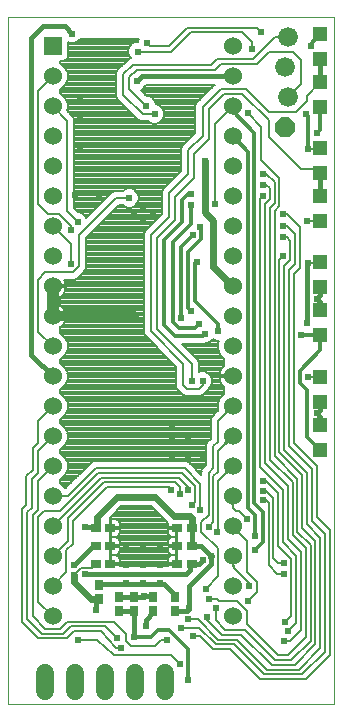
<source format=gtl>
G75*
%MOIN*%
%OFA0B0*%
%FSLAX25Y25*%
%IPPOS*%
%LPD*%
%AMOC8*
5,1,8,0,0,1.08239X$1,22.5*
%
%ADD10C,0.00000*%
%ADD11R,0.06000X0.06000*%
%ADD12C,0.06000*%
%ADD13R,0.02913X0.03642*%
%ADD14R,0.03642X0.02913*%
%ADD15C,0.06000*%
%ADD16OC8,0.06600*%
%ADD17C,0.06600*%
%ADD18R,0.04724X0.04724*%
%ADD19C,0.01600*%
%ADD20C,0.02400*%
%ADD21C,0.02400*%
%ADD22C,0.04000*%
%ADD23C,0.00800*%
%ADD24C,0.03200*%
%ADD25C,0.01200*%
D10*
X0001000Y0037800D02*
X0001000Y0266800D01*
X0109600Y0266800D01*
X0109600Y0037800D01*
X0001000Y0037800D01*
D11*
X0015800Y0257000D03*
D12*
X0015800Y0247000D03*
X0015800Y0237000D03*
X0015800Y0227000D03*
X0015800Y0217000D03*
X0015800Y0207000D03*
X0015800Y0197000D03*
X0015800Y0187000D03*
X0015800Y0177000D03*
X0015800Y0167000D03*
X0015800Y0157000D03*
X0015800Y0147000D03*
X0015800Y0137000D03*
X0015800Y0127000D03*
X0015800Y0117000D03*
X0015800Y0107000D03*
X0015800Y0097000D03*
X0015800Y0087000D03*
X0015800Y0077000D03*
X0015800Y0067000D03*
X0075800Y0067000D03*
X0075800Y0077000D03*
X0075800Y0087000D03*
X0075800Y0097000D03*
X0075800Y0107000D03*
X0075800Y0117000D03*
X0075800Y0127000D03*
X0075800Y0137000D03*
X0075800Y0147000D03*
X0075800Y0157000D03*
X0075800Y0167000D03*
X0075800Y0177000D03*
X0075800Y0187000D03*
X0075800Y0197000D03*
X0075800Y0207000D03*
X0075800Y0217000D03*
X0075800Y0227000D03*
X0075800Y0237000D03*
X0075800Y0247000D03*
X0075800Y0257000D03*
D13*
X0031400Y0077562D03*
X0031400Y0072838D03*
X0037800Y0073562D03*
X0037800Y0068838D03*
X0043000Y0068838D03*
X0043000Y0073562D03*
X0049400Y0073562D03*
X0049400Y0068838D03*
X0056600Y0068838D03*
X0056600Y0073562D03*
D14*
X0057438Y0084400D03*
X0057438Y0090400D03*
X0057438Y0096400D03*
X0062162Y0096400D03*
X0062162Y0090400D03*
X0062162Y0084400D03*
X0034962Y0084400D03*
X0034962Y0090400D03*
X0034962Y0096400D03*
X0030238Y0096400D03*
X0030238Y0090400D03*
X0030238Y0084400D03*
D15*
X0033400Y0048000D02*
X0033400Y0042000D01*
X0023400Y0042000D02*
X0023400Y0048000D01*
X0013400Y0048000D02*
X0013400Y0042000D01*
X0043400Y0042000D02*
X0043400Y0048000D01*
X0053400Y0048000D02*
X0053400Y0042000D01*
D16*
X0093300Y0230200D03*
D17*
X0094300Y0240200D03*
X0093300Y0250200D03*
X0094300Y0260200D03*
D18*
X0105000Y0260934D03*
X0105000Y0252666D03*
X0105000Y0244934D03*
X0105000Y0236666D03*
X0105000Y0222934D03*
X0105000Y0214666D03*
X0105000Y0206934D03*
X0105000Y0198666D03*
X0105000Y0184934D03*
X0105000Y0176666D03*
X0105000Y0168934D03*
X0105000Y0160666D03*
X0105000Y0146734D03*
X0105000Y0138466D03*
X0105000Y0130734D03*
X0105000Y0122466D03*
D19*
X0105000Y0130734D02*
X0105000Y0133400D01*
X0103800Y0134600D01*
X0105000Y0135800D01*
X0105000Y0138466D01*
X0100600Y0164800D02*
X0100600Y0184400D01*
X0101000Y0184800D01*
X0105000Y0176666D02*
X0105000Y0174000D01*
X0103800Y0172800D01*
X0105000Y0171600D01*
X0105000Y0168934D01*
X0105000Y0206934D02*
X0105000Y0214666D01*
X0105000Y0244934D02*
X0105000Y0252666D01*
X0075800Y0247000D02*
X0045600Y0247000D01*
X0044000Y0245400D01*
X0022200Y0261200D02*
X0019800Y0263600D01*
X0012600Y0263600D01*
X0008600Y0259600D01*
X0008600Y0154200D01*
X0015800Y0147000D01*
X0026600Y0096800D02*
X0029838Y0096800D01*
X0030238Y0096400D01*
X0030238Y0090400D02*
X0029400Y0090400D01*
X0023000Y0084000D01*
X0026600Y0081000D02*
X0060400Y0081000D01*
X0061748Y0082348D01*
X0061748Y0084386D01*
X0062162Y0084400D02*
X0064600Y0084400D01*
X0065800Y0085600D01*
X0068600Y0087200D02*
X0065400Y0090400D01*
X0062162Y0090400D01*
X0062162Y0096400D01*
X0062162Y0090400D02*
X0062600Y0090400D01*
X0062162Y0084400D02*
X0062562Y0084000D01*
X0068600Y0084400D02*
X0061400Y0077200D01*
X0061400Y0069600D01*
X0060638Y0068838D01*
X0056600Y0068838D01*
X0056600Y0074000D02*
X0053000Y0077600D01*
X0051800Y0077600D01*
X0031400Y0077600D01*
X0030800Y0078200D01*
X0031400Y0072838D02*
X0030200Y0071638D01*
X0030200Y0069200D01*
X0037800Y0068838D02*
X0043000Y0068838D01*
X0043000Y0060000D01*
X0046800Y0063800D02*
X0046800Y0065800D01*
X0049400Y0068400D01*
X0049400Y0068838D01*
X0049362Y0073600D02*
X0046200Y0073600D01*
X0046162Y0073562D01*
X0043000Y0073562D01*
X0037800Y0073562D01*
X0068600Y0084400D02*
X0068600Y0087200D01*
X0069000Y0087200D01*
D20*
X0062162Y0096400D02*
X0062162Y0099638D01*
X0061400Y0100400D01*
X0056200Y0100400D01*
X0049800Y0106800D01*
X0041400Y0106800D01*
X0037400Y0106800D01*
X0030600Y0100000D01*
X0030600Y0096762D01*
X0030238Y0096400D01*
X0023000Y0080800D02*
X0023000Y0078400D01*
X0028562Y0072838D01*
X0031400Y0072838D01*
X0031400Y0077562D02*
X0031400Y0077600D01*
X0049362Y0073600D02*
X0049400Y0073562D01*
X0056600Y0073562D02*
X0056600Y0074000D01*
X0075800Y0177000D02*
X0069400Y0183400D01*
X0069400Y0198800D01*
X0066600Y0201600D01*
X0066600Y0218800D01*
D21*
X0066600Y0218800D03*
X0061800Y0207600D03*
X0061800Y0204000D03*
X0065000Y0196800D03*
X0062600Y0194000D03*
X0063800Y0185200D03*
X0061800Y0168800D03*
X0058600Y0166400D03*
X0064600Y0164400D03*
X0066600Y0161200D03*
X0071000Y0162000D03*
X0065800Y0145400D03*
X0062200Y0145400D03*
X0055600Y0131000D03*
X0055600Y0125800D03*
X0055600Y0120600D03*
X0060800Y0120600D03*
X0060800Y0125800D03*
X0066000Y0120600D03*
X0061000Y0109200D03*
X0062200Y0104000D03*
X0061400Y0100400D03*
X0065000Y0102400D03*
X0067800Y0096800D03*
X0070600Y0095200D03*
X0068600Y0087200D03*
X0065800Y0085600D03*
X0067000Y0076000D03*
X0067800Y0072800D03*
X0070200Y0069600D03*
X0067400Y0066800D03*
X0062600Y0060400D03*
X0061000Y0066000D03*
X0061400Y0069600D03*
X0058600Y0063200D03*
X0053800Y0059200D03*
X0058200Y0051200D03*
X0061000Y0045800D03*
X0051600Y0078000D03*
X0051600Y0084000D03*
X0051600Y0090000D03*
X0046000Y0090000D03*
X0046000Y0084000D03*
X0046000Y0078000D03*
X0046200Y0073600D03*
X0046800Y0063800D03*
X0043000Y0060000D03*
X0038600Y0056400D03*
X0037400Y0059600D03*
X0030200Y0069200D03*
X0026600Y0081000D03*
X0023000Y0080800D03*
X0023000Y0084000D03*
X0026600Y0096800D03*
X0040400Y0090000D03*
X0040400Y0084000D03*
X0040400Y0078000D03*
X0041400Y0106800D03*
X0055400Y0109200D03*
X0058200Y0107600D03*
X0080600Y0099400D03*
X0083200Y0093600D03*
X0083200Y0089200D03*
X0081400Y0077200D03*
X0081000Y0072200D03*
X0093400Y0065200D03*
X0094200Y0062000D03*
X0093000Y0058800D03*
X0093000Y0081200D03*
X0093000Y0084800D03*
X0085800Y0105600D03*
X0085800Y0108800D03*
X0085800Y0112000D03*
X0101000Y0146800D03*
X0103800Y0134600D03*
X0098600Y0160800D03*
X0100600Y0164800D03*
X0103800Y0172800D03*
X0101000Y0184800D03*
X0100734Y0198666D03*
X0092600Y0197200D03*
X0092600Y0193400D03*
X0092600Y0187000D03*
X0092600Y0201000D03*
X0085800Y0207200D03*
X0085800Y0210800D03*
X0085800Y0214400D03*
X0080800Y0234800D03*
X0082200Y0256000D03*
X0085400Y0261600D03*
X0100200Y0234400D03*
X0103800Y0228000D03*
X0101000Y0222800D03*
X0101800Y0257200D03*
X0069800Y0204400D03*
X0049800Y0234400D03*
X0047000Y0237200D03*
X0044000Y0245400D03*
X0044200Y0255200D03*
X0047400Y0258000D03*
X0041400Y0206400D03*
X0042800Y0200600D03*
X0046000Y0198600D03*
X0046000Y0202600D03*
X0049200Y0200600D03*
X0031400Y0207400D03*
X0025000Y0222600D03*
X0025000Y0228200D03*
X0025000Y0233800D03*
X0025000Y0239400D03*
X0022200Y0261200D03*
X0023400Y0207400D03*
X0024200Y0198400D03*
X0021800Y0195600D03*
X0021800Y0184400D03*
X0024200Y0059200D03*
D22*
X0015800Y0167000D02*
X0015800Y0172000D01*
X0015800Y0176800D01*
D23*
X0018200Y0176942D02*
X0046200Y0176942D01*
X0046200Y0176144D02*
X0020119Y0176144D01*
X0020092Y0175970D02*
X0020191Y0176600D01*
X0018200Y0176600D01*
X0018200Y0177400D01*
X0020191Y0177400D01*
X0020092Y0178030D01*
X0019878Y0178689D01*
X0019617Y0179200D01*
X0023077Y0179200D01*
X0023959Y0179565D01*
X0025959Y0181565D01*
X0026635Y0182241D01*
X0027000Y0183123D01*
X0027000Y0193006D01*
X0037994Y0204000D01*
X0039275Y0204000D01*
X0039587Y0203687D01*
X0040763Y0203200D01*
X0042037Y0203200D01*
X0043213Y0203687D01*
X0044113Y0204587D01*
X0044600Y0205763D01*
X0044600Y0207037D01*
X0044113Y0208213D01*
X0043213Y0209113D01*
X0042037Y0209600D01*
X0040763Y0209600D01*
X0039587Y0209113D01*
X0039275Y0208800D01*
X0036523Y0208800D01*
X0035641Y0208435D01*
X0034965Y0207759D01*
X0027061Y0199855D01*
X0026913Y0200213D01*
X0026013Y0201113D01*
X0024837Y0201600D01*
X0024394Y0201600D01*
X0023000Y0202994D01*
X0023000Y0232677D01*
X0022635Y0233559D01*
X0020621Y0235573D01*
X0020800Y0236005D01*
X0020800Y0237995D01*
X0020039Y0239832D01*
X0018632Y0241239D01*
X0018200Y0241418D01*
X0018200Y0242582D01*
X0018632Y0242761D01*
X0020039Y0244168D01*
X0020800Y0246005D01*
X0020800Y0247995D01*
X0020039Y0249832D01*
X0018632Y0251239D01*
X0018200Y0251418D01*
X0018200Y0252000D01*
X0019628Y0252000D01*
X0020800Y0253172D01*
X0020800Y0258316D01*
X0021563Y0258000D01*
X0022837Y0258000D01*
X0024013Y0258487D01*
X0024913Y0259387D01*
X0024980Y0259551D01*
X0044520Y0259408D01*
X0044200Y0258637D01*
X0044200Y0258400D01*
X0043563Y0258400D01*
X0042387Y0257913D01*
X0041487Y0257013D01*
X0041000Y0255837D01*
X0041000Y0254563D01*
X0041487Y0253387D01*
X0041806Y0253069D01*
X0041241Y0252835D01*
X0040565Y0252159D01*
X0037365Y0248959D01*
X0037000Y0248077D01*
X0037000Y0240323D01*
X0037365Y0239441D01*
X0038041Y0238765D01*
X0044441Y0232365D01*
X0045323Y0232000D01*
X0047675Y0232000D01*
X0047987Y0231687D01*
X0049163Y0231200D01*
X0050437Y0231200D01*
X0051613Y0231687D01*
X0052513Y0232587D01*
X0053000Y0233763D01*
X0053000Y0235037D01*
X0052513Y0236213D01*
X0051613Y0237113D01*
X0050437Y0237600D01*
X0050200Y0237600D01*
X0050200Y0237837D01*
X0049713Y0239013D01*
X0048813Y0239913D01*
X0047637Y0240400D01*
X0047194Y0240400D01*
X0045172Y0242422D01*
X0045813Y0242687D01*
X0046713Y0243587D01*
X0046967Y0244200D01*
X0069806Y0244200D01*
X0069765Y0244159D01*
X0064441Y0238835D01*
X0064441Y0238835D01*
X0063765Y0238159D01*
X0063400Y0237277D01*
X0063400Y0228194D01*
X0059641Y0224435D01*
X0059641Y0224435D01*
X0058965Y0223759D01*
X0058600Y0222877D01*
X0058600Y0215394D01*
X0053241Y0210035D01*
X0052565Y0209359D01*
X0052200Y0208477D01*
X0052200Y0200994D01*
X0047241Y0196035D01*
X0046565Y0195359D01*
X0046200Y0194477D01*
X0046200Y0161523D01*
X0046565Y0160641D01*
X0057000Y0150206D01*
X0057000Y0143523D01*
X0057365Y0142641D01*
X0058565Y0141441D01*
X0059241Y0140765D01*
X0060123Y0140400D01*
X0065077Y0140400D01*
X0065959Y0140765D01*
X0067159Y0141965D01*
X0067835Y0142641D01*
X0068025Y0143099D01*
X0068513Y0143587D01*
X0069000Y0144763D01*
X0069000Y0146037D01*
X0068513Y0147213D01*
X0067613Y0148113D01*
X0066437Y0148600D01*
X0065163Y0148600D01*
X0064600Y0148367D01*
X0064600Y0151677D01*
X0064235Y0152559D01*
X0063559Y0153235D01*
X0058994Y0157800D01*
X0066317Y0157800D01*
X0066800Y0158000D01*
X0067237Y0158000D01*
X0068413Y0158487D01*
X0069205Y0159280D01*
X0070363Y0158800D01*
X0071134Y0158800D01*
X0070800Y0157995D01*
X0070800Y0156005D01*
X0071561Y0154168D01*
X0072968Y0152761D01*
X0073000Y0152748D01*
X0073000Y0150404D01*
X0072934Y0150356D01*
X0072444Y0149866D01*
X0072037Y0149306D01*
X0071722Y0148689D01*
X0071508Y0148030D01*
X0071409Y0147400D01*
X0073000Y0147400D01*
X0073000Y0146600D01*
X0071409Y0146600D01*
X0071508Y0145970D01*
X0071722Y0145311D01*
X0072037Y0144694D01*
X0072444Y0144134D01*
X0072934Y0143644D01*
X0073000Y0143596D01*
X0073000Y0141252D01*
X0072968Y0141239D01*
X0071561Y0139832D01*
X0070800Y0137995D01*
X0070800Y0136005D01*
X0070979Y0135573D01*
X0068965Y0133559D01*
X0068600Y0132677D01*
X0068600Y0126194D01*
X0067365Y0124959D01*
X0067000Y0124077D01*
X0067000Y0117394D01*
X0065765Y0116159D01*
X0065400Y0115277D01*
X0065400Y0114194D01*
X0061159Y0118435D01*
X0060277Y0118800D01*
X0029723Y0118800D01*
X0028841Y0118435D01*
X0028165Y0117759D01*
X0020097Y0109691D01*
X0020039Y0109832D01*
X0018632Y0111239D01*
X0018200Y0111418D01*
X0018200Y0112582D01*
X0018632Y0112761D01*
X0020039Y0114168D01*
X0020800Y0116005D01*
X0020800Y0117995D01*
X0020039Y0119832D01*
X0018632Y0121239D01*
X0018200Y0121418D01*
X0018200Y0122582D01*
X0018632Y0122761D01*
X0020039Y0124168D01*
X0020800Y0126005D01*
X0020800Y0127995D01*
X0020039Y0129832D01*
X0018632Y0131239D01*
X0018200Y0131418D01*
X0018200Y0132582D01*
X0018632Y0132761D01*
X0020039Y0134168D01*
X0020800Y0136005D01*
X0020800Y0137995D01*
X0020039Y0139832D01*
X0018632Y0141239D01*
X0018200Y0141418D01*
X0018200Y0142582D01*
X0018632Y0142761D01*
X0020039Y0144168D01*
X0020800Y0146005D01*
X0020800Y0147995D01*
X0020039Y0149832D01*
X0018632Y0151239D01*
X0018200Y0151418D01*
X0018200Y0152582D01*
X0018632Y0152761D01*
X0020039Y0154168D01*
X0020800Y0156005D01*
X0020800Y0157995D01*
X0020039Y0159832D01*
X0018632Y0161239D01*
X0018200Y0161418D01*
X0018200Y0163305D01*
X0018666Y0163644D01*
X0019156Y0164134D01*
X0019563Y0164694D01*
X0019878Y0165311D01*
X0020092Y0165970D01*
X0020191Y0166600D01*
X0018200Y0166600D01*
X0018200Y0167400D01*
X0020191Y0167400D01*
X0020092Y0168030D01*
X0019878Y0168689D01*
X0019563Y0169306D01*
X0019156Y0169866D01*
X0018666Y0170356D01*
X0018200Y0170695D01*
X0018200Y0173305D01*
X0018666Y0173644D01*
X0019156Y0174134D01*
X0019563Y0174694D01*
X0019878Y0175311D01*
X0020092Y0175970D01*
X0019889Y0175345D02*
X0046200Y0175345D01*
X0046200Y0174547D02*
X0019456Y0174547D01*
X0018771Y0173748D02*
X0046200Y0173748D01*
X0046200Y0172950D02*
X0018200Y0172950D01*
X0018200Y0172151D02*
X0046200Y0172151D01*
X0046200Y0171353D02*
X0018200Y0171353D01*
X0018394Y0170554D02*
X0046200Y0170554D01*
X0046200Y0169756D02*
X0019236Y0169756D01*
X0019741Y0168957D02*
X0046200Y0168957D01*
X0046200Y0168159D02*
X0020050Y0168159D01*
X0020185Y0166562D02*
X0046200Y0166562D01*
X0046200Y0167360D02*
X0018200Y0167360D01*
X0019701Y0164965D02*
X0046200Y0164965D01*
X0046200Y0165763D02*
X0020025Y0165763D01*
X0019180Y0164166D02*
X0046200Y0164166D01*
X0046200Y0163368D02*
X0018286Y0163368D01*
X0018200Y0162569D02*
X0046200Y0162569D01*
X0046200Y0161771D02*
X0018200Y0161771D01*
X0018899Y0160972D02*
X0046428Y0160972D01*
X0047032Y0160174D02*
X0019697Y0160174D01*
X0020228Y0159375D02*
X0047831Y0159375D01*
X0048629Y0158577D02*
X0020559Y0158577D01*
X0020800Y0157778D02*
X0049428Y0157778D01*
X0050226Y0156980D02*
X0020800Y0156980D01*
X0020800Y0156181D02*
X0051025Y0156181D01*
X0051823Y0155383D02*
X0020542Y0155383D01*
X0020211Y0154584D02*
X0052622Y0154584D01*
X0053420Y0153786D02*
X0019657Y0153786D01*
X0018858Y0152987D02*
X0054219Y0152987D01*
X0055017Y0152189D02*
X0018200Y0152189D01*
X0018267Y0151390D02*
X0055816Y0151390D01*
X0056614Y0150592D02*
X0019279Y0150592D01*
X0020055Y0149793D02*
X0057000Y0149793D01*
X0057000Y0148995D02*
X0020386Y0148995D01*
X0020717Y0148196D02*
X0057000Y0148196D01*
X0057000Y0147398D02*
X0020800Y0147398D01*
X0020800Y0146599D02*
X0057000Y0146599D01*
X0057000Y0145801D02*
X0020715Y0145801D01*
X0020384Y0145002D02*
X0057000Y0145002D01*
X0057000Y0144203D02*
X0020054Y0144203D01*
X0019276Y0143405D02*
X0057049Y0143405D01*
X0057399Y0142606D02*
X0018259Y0142606D01*
X0018200Y0141808D02*
X0058198Y0141808D01*
X0058996Y0141009D02*
X0018862Y0141009D01*
X0019660Y0140211D02*
X0071940Y0140211D01*
X0071387Y0139412D02*
X0020213Y0139412D01*
X0020543Y0138614D02*
X0071057Y0138614D01*
X0070800Y0137815D02*
X0020800Y0137815D01*
X0020800Y0137017D02*
X0070800Y0137017D01*
X0070800Y0136218D02*
X0020800Y0136218D01*
X0020557Y0135420D02*
X0070826Y0135420D01*
X0070027Y0134621D02*
X0020227Y0134621D01*
X0019694Y0133823D02*
X0069229Y0133823D01*
X0068744Y0133024D02*
X0018895Y0133024D01*
X0018200Y0132226D02*
X0068600Y0132226D01*
X0068600Y0131427D02*
X0018200Y0131427D01*
X0019242Y0130629D02*
X0068600Y0130629D01*
X0068600Y0129830D02*
X0020040Y0129830D01*
X0020370Y0129032D02*
X0068600Y0129032D01*
X0068600Y0128233D02*
X0020701Y0128233D01*
X0020800Y0127435D02*
X0068600Y0127435D01*
X0068600Y0126636D02*
X0020800Y0126636D01*
X0020731Y0125838D02*
X0068244Y0125838D01*
X0067445Y0125039D02*
X0020400Y0125039D01*
X0020069Y0124241D02*
X0067068Y0124241D01*
X0067000Y0123442D02*
X0019313Y0123442D01*
X0018349Y0122644D02*
X0067000Y0122644D01*
X0067000Y0121845D02*
X0018200Y0121845D01*
X0018824Y0121047D02*
X0067000Y0121047D01*
X0067000Y0120248D02*
X0019623Y0120248D01*
X0020197Y0119450D02*
X0067000Y0119450D01*
X0067000Y0118651D02*
X0060637Y0118651D01*
X0061741Y0117853D02*
X0067000Y0117853D01*
X0066660Y0117054D02*
X0062540Y0117054D01*
X0063338Y0116256D02*
X0065861Y0116256D01*
X0065474Y0115457D02*
X0064137Y0115457D01*
X0064936Y0114659D02*
X0065400Y0114659D01*
X0065000Y0111200D02*
X0065000Y0102400D01*
X0063400Y0105200D02*
X0063400Y0110400D01*
X0059000Y0114800D01*
X0031000Y0114800D01*
X0018200Y0102000D01*
X0013000Y0102000D01*
X0011000Y0100000D01*
X0011000Y0071800D01*
X0015800Y0067000D01*
X0013400Y0062800D02*
X0018200Y0062800D01*
X0020600Y0065200D01*
X0036200Y0065200D01*
X0040200Y0061200D01*
X0040200Y0058800D01*
X0041800Y0057200D01*
X0049800Y0057200D01*
X0051800Y0059200D01*
X0053800Y0059200D01*
X0055400Y0054000D02*
X0036200Y0054000D01*
X0030600Y0059200D01*
X0024200Y0059200D01*
X0023000Y0062000D02*
X0020600Y0059600D01*
X0011000Y0059600D01*
X0005600Y0065000D01*
X0005600Y0102600D01*
X0007000Y0104000D01*
X0007000Y0113600D01*
X0009200Y0115800D01*
X0009200Y0123000D01*
X0011000Y0124800D01*
X0011000Y0132200D01*
X0015800Y0137000D01*
X0015800Y0127000D02*
X0011000Y0122200D01*
X0011000Y0114800D01*
X0009000Y0112800D01*
X0009000Y0103200D01*
X0007400Y0101600D01*
X0007400Y0066000D01*
X0012200Y0061200D01*
X0019400Y0061200D01*
X0021800Y0063600D01*
X0033400Y0063600D01*
X0037400Y0059600D01*
X0037000Y0056400D02*
X0031800Y0062000D01*
X0023000Y0062000D01*
X0015800Y0077000D02*
X0020400Y0081600D01*
X0020400Y0089000D01*
X0022600Y0091200D01*
X0022600Y0098800D01*
X0033800Y0110000D01*
X0054600Y0110000D01*
X0055400Y0109200D01*
X0056600Y0111600D02*
X0058200Y0110000D01*
X0058200Y0107600D01*
X0056600Y0111600D02*
X0033000Y0111600D01*
X0021000Y0099600D01*
X0021000Y0092200D01*
X0015800Y0087000D01*
X0015800Y0097000D02*
X0032000Y0113200D01*
X0057800Y0113200D01*
X0061000Y0110000D01*
X0061000Y0109200D01*
X0063400Y0105200D02*
X0062200Y0104000D01*
X0065400Y0098400D02*
X0065400Y0095200D01*
X0071000Y0089600D01*
X0071000Y0080400D01*
X0067000Y0076000D01*
X0067800Y0072800D02*
X0070600Y0072800D01*
X0071400Y0072000D01*
X0077400Y0072000D01*
X0080600Y0068800D01*
X0080600Y0064400D01*
X0091000Y0054000D01*
X0094200Y0054000D01*
X0100200Y0060000D01*
X0100200Y0089600D01*
X0095800Y0094000D01*
X0095800Y0111600D01*
X0088200Y0119200D01*
X0088200Y0203200D01*
X0089800Y0204800D01*
X0089800Y0211600D01*
X0087000Y0214400D01*
X0085800Y0214400D01*
X0085400Y0219200D02*
X0085400Y0230200D01*
X0080800Y0234800D01*
X0079000Y0241200D02*
X0073000Y0241200D01*
X0067800Y0236000D01*
X0067800Y0226000D01*
X0063000Y0221200D01*
X0063000Y0213200D01*
X0056600Y0206800D01*
X0056600Y0199200D01*
X0050600Y0193200D01*
X0050600Y0162800D01*
X0062200Y0151200D01*
X0062200Y0145400D01*
X0060600Y0142800D02*
X0064600Y0142800D01*
X0065800Y0144000D01*
X0065800Y0145400D01*
X0067412Y0148196D02*
X0071562Y0148196D01*
X0071878Y0148995D02*
X0064600Y0148995D01*
X0064600Y0149793D02*
X0072391Y0149793D01*
X0073000Y0150592D02*
X0064600Y0150592D01*
X0064600Y0151390D02*
X0073000Y0151390D01*
X0073000Y0152189D02*
X0064388Y0152189D01*
X0063807Y0152987D02*
X0072742Y0152987D01*
X0071943Y0153786D02*
X0063008Y0153786D01*
X0062210Y0154584D02*
X0071389Y0154584D01*
X0071058Y0155383D02*
X0061411Y0155383D01*
X0060613Y0156181D02*
X0070800Y0156181D01*
X0070800Y0156980D02*
X0059814Y0156980D01*
X0059016Y0157778D02*
X0070800Y0157778D01*
X0071041Y0158577D02*
X0068502Y0158577D01*
X0068328Y0147398D02*
X0073000Y0147398D01*
X0071409Y0146599D02*
X0068767Y0146599D01*
X0069000Y0145801D02*
X0071563Y0145801D01*
X0071880Y0145002D02*
X0069000Y0145002D01*
X0068768Y0144203D02*
X0072393Y0144203D01*
X0073000Y0143405D02*
X0068330Y0143405D01*
X0067801Y0142606D02*
X0073000Y0142606D01*
X0073000Y0141808D02*
X0067002Y0141808D01*
X0066204Y0141009D02*
X0072738Y0141009D01*
X0075800Y0137000D02*
X0073200Y0134400D01*
X0074400Y0136200D01*
X0075000Y0135600D02*
X0073200Y0134400D01*
X0071000Y0132200D01*
X0071000Y0125200D01*
X0069400Y0123600D01*
X0069400Y0116400D01*
X0067800Y0114800D01*
X0067800Y0100800D01*
X0065400Y0098400D01*
X0067800Y0096800D02*
X0069400Y0098400D01*
X0069400Y0113600D01*
X0071000Y0115200D01*
X0071000Y0122200D01*
X0073000Y0124200D01*
X0075000Y0125400D01*
X0074200Y0126200D02*
X0073000Y0124200D01*
X0075800Y0127000D01*
X0075800Y0117000D02*
X0073200Y0114400D01*
X0075000Y0115400D01*
X0074200Y0116200D02*
X0073200Y0114400D01*
X0071000Y0112200D01*
X0071000Y0095600D01*
X0070600Y0095200D01*
X0075800Y0097000D02*
X0078400Y0094400D01*
X0076400Y0095400D01*
X0077600Y0096200D02*
X0078400Y0094400D01*
X0080600Y0092200D01*
X0080600Y0081600D01*
X0083800Y0078400D01*
X0083800Y0075000D01*
X0081000Y0072200D01*
X0081400Y0077200D02*
X0081400Y0078000D01*
X0076200Y0083200D01*
X0075800Y0084800D01*
X0075800Y0083600D01*
X0076200Y0083200D01*
X0075800Y0084800D02*
X0075800Y0087000D01*
X0080600Y0099400D02*
X0078000Y0102000D01*
X0077000Y0102000D01*
X0075800Y0103200D01*
X0075800Y0103600D01*
X0075400Y0105200D01*
X0076200Y0105200D02*
X0075800Y0103600D01*
X0075800Y0107000D01*
X0085000Y0116800D02*
X0085000Y0206400D01*
X0085800Y0207200D01*
X0088200Y0206000D02*
X0086600Y0204400D01*
X0086600Y0118000D01*
X0094200Y0110400D01*
X0094200Y0092800D01*
X0098600Y0088400D01*
X0098600Y0062400D01*
X0095000Y0058800D01*
X0093000Y0058800D01*
X0094200Y0062000D02*
X0097000Y0064800D01*
X0097000Y0087200D01*
X0092600Y0091600D01*
X0092600Y0109200D01*
X0085000Y0116800D01*
X0085800Y0112000D02*
X0086980Y0112000D01*
X0091000Y0107980D01*
X0091000Y0090400D01*
X0095400Y0086000D01*
X0095400Y0067400D01*
X0095200Y0067200D01*
X0093400Y0065200D01*
X0101800Y0058800D02*
X0095400Y0052400D01*
X0089800Y0052400D01*
X0079800Y0062400D01*
X0073400Y0062400D01*
X0070200Y0065600D01*
X0070200Y0069600D01*
X0067400Y0066800D02*
X0067400Y0065600D01*
X0072200Y0060800D01*
X0078600Y0060800D01*
X0089000Y0050800D01*
X0096600Y0050800D01*
X0103400Y0057600D01*
X0103400Y0092000D01*
X0099000Y0096400D01*
X0099000Y0114000D01*
X0091400Y0121600D01*
X0091400Y0185800D01*
X0092600Y0187000D01*
X0095000Y0185600D02*
X0093000Y0183600D01*
X0093000Y0122400D01*
X0100600Y0114800D01*
X0100600Y0097600D01*
X0105000Y0093200D01*
X0105000Y0056400D01*
X0097800Y0049200D01*
X0087400Y0049200D01*
X0077400Y0059200D01*
X0071000Y0059200D01*
X0064200Y0066000D01*
X0061000Y0066000D01*
X0062600Y0060400D02*
X0065000Y0060400D01*
X0069400Y0056000D01*
X0075000Y0056000D01*
X0085000Y0046000D01*
X0100200Y0046000D01*
X0108200Y0054000D01*
X0108200Y0095600D01*
X0103800Y0100000D01*
X0103800Y0117200D01*
X0096200Y0124800D01*
X0096200Y0181200D01*
X0098200Y0183200D01*
X0098200Y0196600D01*
X0093800Y0201000D01*
X0092600Y0201000D01*
X0091400Y0203600D02*
X0091400Y0213200D01*
X0085400Y0219200D01*
X0087800Y0226800D02*
X0087800Y0232400D01*
X0079000Y0241200D01*
X0080200Y0242800D02*
X0071800Y0242800D01*
X0065800Y0236800D01*
X0065800Y0227200D01*
X0061000Y0222400D01*
X0061000Y0214400D01*
X0054600Y0208000D01*
X0054600Y0200000D01*
X0048600Y0194000D01*
X0048600Y0162000D01*
X0059400Y0151200D01*
X0059400Y0144000D01*
X0060600Y0142800D01*
X0059800Y0116400D02*
X0065000Y0111200D01*
X0059800Y0116400D02*
X0030200Y0116400D01*
X0020800Y0107000D01*
X0015800Y0107000D01*
X0018200Y0111465D02*
X0021870Y0111465D01*
X0022669Y0112263D02*
X0018200Y0112263D01*
X0018933Y0113062D02*
X0023467Y0113062D01*
X0024266Y0113860D02*
X0019731Y0113860D01*
X0020242Y0114659D02*
X0025064Y0114659D01*
X0025863Y0115457D02*
X0020573Y0115457D01*
X0020800Y0116256D02*
X0026662Y0116256D01*
X0027460Y0117054D02*
X0020800Y0117054D01*
X0020800Y0117853D02*
X0028259Y0117853D01*
X0029363Y0118651D02*
X0020528Y0118651D01*
X0021072Y0110666D02*
X0019205Y0110666D01*
X0020004Y0109868D02*
X0020273Y0109868D01*
X0015800Y0117000D02*
X0011000Y0112200D01*
X0011000Y0102400D01*
X0009200Y0100600D01*
X0009200Y0067000D01*
X0013400Y0062800D01*
X0023000Y0080800D02*
X0025400Y0083200D01*
X0029038Y0083200D01*
X0030238Y0084400D01*
X0034962Y0084400D02*
X0035000Y0084400D01*
X0035291Y0084315D02*
X0057109Y0084315D01*
X0057109Y0084072D02*
X0054217Y0084072D01*
X0054217Y0083800D01*
X0038183Y0083800D01*
X0038183Y0084072D01*
X0035291Y0084072D01*
X0035291Y0084728D01*
X0038183Y0084728D01*
X0038183Y0086041D01*
X0038088Y0086397D01*
X0037903Y0086716D01*
X0037643Y0086977D01*
X0037323Y0087161D01*
X0036967Y0087257D01*
X0035291Y0087257D01*
X0035291Y0084728D01*
X0035000Y0084728D01*
X0035000Y0090072D01*
X0035291Y0090072D01*
X0035291Y0090728D01*
X0038183Y0090728D01*
X0038183Y0092041D01*
X0038088Y0092397D01*
X0037903Y0092716D01*
X0037643Y0092977D01*
X0037323Y0093161D01*
X0036967Y0093257D01*
X0035291Y0093257D01*
X0035291Y0090728D01*
X0035000Y0090728D01*
X0035000Y0096072D01*
X0035291Y0096072D01*
X0035291Y0096728D01*
X0038183Y0096728D01*
X0038183Y0098041D01*
X0038088Y0098397D01*
X0037903Y0098716D01*
X0037643Y0098977D01*
X0037323Y0099161D01*
X0036967Y0099257D01*
X0035291Y0099257D01*
X0035291Y0096728D01*
X0035000Y0096728D01*
X0035000Y0099875D01*
X0038725Y0103600D01*
X0048475Y0103600D01*
X0053487Y0098587D01*
X0054217Y0097858D01*
X0054217Y0096728D01*
X0057109Y0096728D01*
X0057109Y0096072D01*
X0054217Y0096072D01*
X0054217Y0094759D01*
X0054312Y0094403D01*
X0054497Y0094084D01*
X0054757Y0093823D01*
X0055077Y0093639D01*
X0055433Y0093543D01*
X0057109Y0093543D01*
X0057109Y0096072D01*
X0057400Y0096072D01*
X0057400Y0090728D01*
X0057109Y0090728D01*
X0057109Y0090072D01*
X0054217Y0090072D01*
X0054217Y0088759D01*
X0054312Y0088403D01*
X0054497Y0088084D01*
X0054757Y0087823D01*
X0055077Y0087639D01*
X0055433Y0087543D01*
X0057109Y0087543D01*
X0057109Y0090072D01*
X0057400Y0090072D01*
X0057400Y0084728D01*
X0057109Y0084728D01*
X0057109Y0084072D01*
X0057400Y0084400D02*
X0057438Y0084400D01*
X0051200Y0084400D01*
X0051600Y0084000D01*
X0051600Y0078000D02*
X0051600Y0077800D01*
X0051800Y0077600D01*
X0054217Y0084728D02*
X0057109Y0084728D01*
X0057109Y0087257D01*
X0055433Y0087257D01*
X0055077Y0087161D01*
X0054757Y0086977D01*
X0054497Y0086716D01*
X0054312Y0086397D01*
X0054217Y0086041D01*
X0054217Y0084728D01*
X0054217Y0085114D02*
X0038183Y0085114D01*
X0038183Y0085912D02*
X0054217Y0085912D01*
X0054493Y0086711D02*
X0037907Y0086711D01*
X0037323Y0087639D02*
X0037643Y0087823D01*
X0037903Y0088084D01*
X0038088Y0088403D01*
X0038183Y0088759D01*
X0038183Y0090072D01*
X0035291Y0090072D01*
X0035291Y0087543D01*
X0036967Y0087543D01*
X0037323Y0087639D01*
X0038033Y0088308D02*
X0054367Y0088308D01*
X0054217Y0089106D02*
X0038183Y0089106D01*
X0038183Y0089905D02*
X0054217Y0089905D01*
X0054217Y0090728D02*
X0057109Y0090728D01*
X0057109Y0093257D01*
X0055433Y0093257D01*
X0055077Y0093161D01*
X0054757Y0092977D01*
X0054497Y0092716D01*
X0054312Y0092397D01*
X0054217Y0092041D01*
X0054217Y0090728D01*
X0054217Y0091502D02*
X0038183Y0091502D01*
X0038114Y0092300D02*
X0054286Y0092300D01*
X0054968Y0093099D02*
X0037432Y0093099D01*
X0037323Y0093639D02*
X0037643Y0093823D01*
X0037903Y0094084D01*
X0038088Y0094403D01*
X0038183Y0094759D01*
X0038183Y0096072D01*
X0035291Y0096072D01*
X0035291Y0093543D01*
X0036967Y0093543D01*
X0037323Y0093639D01*
X0037717Y0093897D02*
X0054683Y0093897D01*
X0054234Y0094696D02*
X0038166Y0094696D01*
X0038183Y0095494D02*
X0054217Y0095494D01*
X0054217Y0097091D02*
X0038183Y0097091D01*
X0038183Y0097890D02*
X0054185Y0097890D01*
X0053386Y0098688D02*
X0037919Y0098688D01*
X0036209Y0101084D02*
X0050991Y0101084D01*
X0051789Y0100285D02*
X0035411Y0100285D01*
X0035000Y0099487D02*
X0052588Y0099487D01*
X0050192Y0101882D02*
X0037008Y0101882D01*
X0037806Y0102681D02*
X0049394Y0102681D01*
X0048595Y0103479D02*
X0038605Y0103479D01*
X0035291Y0098688D02*
X0035000Y0098688D01*
X0035000Y0097890D02*
X0035291Y0097890D01*
X0035291Y0097091D02*
X0035000Y0097091D01*
X0035291Y0096293D02*
X0057109Y0096293D01*
X0057109Y0095494D02*
X0057400Y0095494D01*
X0057400Y0094696D02*
X0057109Y0094696D01*
X0057109Y0093897D02*
X0057400Y0093897D01*
X0057400Y0093099D02*
X0057109Y0093099D01*
X0057109Y0092300D02*
X0057400Y0092300D01*
X0057400Y0091502D02*
X0057109Y0091502D01*
X0057109Y0090703D02*
X0035291Y0090703D01*
X0035291Y0089905D02*
X0035000Y0089905D01*
X0035000Y0089106D02*
X0035291Y0089106D01*
X0035291Y0088308D02*
X0035000Y0088308D01*
X0035000Y0087509D02*
X0057400Y0087509D01*
X0057400Y0086711D02*
X0057109Y0086711D01*
X0057109Y0085912D02*
X0057400Y0085912D01*
X0057400Y0085114D02*
X0057109Y0085114D01*
X0057109Y0088308D02*
X0057400Y0088308D01*
X0057400Y0089106D02*
X0057109Y0089106D01*
X0057109Y0089905D02*
X0057400Y0089905D01*
X0061748Y0084386D02*
X0062148Y0084386D01*
X0062162Y0084400D01*
X0064600Y0063200D02*
X0058600Y0063200D01*
X0055400Y0054000D02*
X0058200Y0051200D01*
X0064600Y0063200D02*
X0070200Y0057600D01*
X0076200Y0057600D01*
X0086200Y0047600D01*
X0099000Y0047600D01*
X0106600Y0055200D01*
X0106600Y0094400D01*
X0102200Y0098800D01*
X0102200Y0116000D01*
X0094600Y0123600D01*
X0094600Y0182400D01*
X0096600Y0184400D01*
X0096600Y0194400D01*
X0093800Y0197200D01*
X0092600Y0197200D01*
X0092600Y0193400D02*
X0093800Y0193400D01*
X0095000Y0192200D01*
X0095000Y0185600D01*
X0101000Y0184800D02*
X0104866Y0184800D01*
X0105000Y0184934D01*
X0105000Y0198666D02*
X0100734Y0198666D01*
X0105000Y0214666D02*
X0105000Y0215000D01*
X0104000Y0216000D01*
X0098600Y0216000D01*
X0087800Y0226800D01*
X0087800Y0235200D02*
X0080200Y0242800D01*
X0083800Y0251200D02*
X0087800Y0255200D01*
X0095800Y0255200D01*
X0098600Y0252400D01*
X0098600Y0244500D01*
X0094300Y0240200D01*
X0097000Y0235200D02*
X0087800Y0235200D01*
X0083800Y0251200D02*
X0071800Y0251200D01*
X0069800Y0249200D01*
X0043800Y0249200D01*
X0041400Y0246800D01*
X0041400Y0242800D01*
X0047000Y0237200D01*
X0045800Y0234400D02*
X0039400Y0240800D01*
X0039400Y0247600D01*
X0042600Y0250800D01*
X0068600Y0250800D01*
X0070600Y0252800D01*
X0082600Y0252800D01*
X0090000Y0260200D01*
X0094300Y0260200D01*
X0085400Y0261600D02*
X0083800Y0263200D01*
X0060600Y0263200D01*
X0054600Y0257200D01*
X0048200Y0257200D01*
X0047400Y0258000D01*
X0044429Y0259189D02*
X0024715Y0259189D01*
X0023780Y0258391D02*
X0043541Y0258391D01*
X0042067Y0257592D02*
X0020800Y0257592D01*
X0020800Y0256794D02*
X0041396Y0256794D01*
X0041066Y0255995D02*
X0020800Y0255995D01*
X0020800Y0255197D02*
X0041000Y0255197D01*
X0041069Y0254398D02*
X0020800Y0254398D01*
X0020800Y0253600D02*
X0041399Y0253600D01*
X0041207Y0252801D02*
X0020429Y0252801D01*
X0019631Y0252003D02*
X0040408Y0252003D01*
X0039610Y0251204D02*
X0018667Y0251204D01*
X0019466Y0250405D02*
X0038811Y0250405D01*
X0038013Y0249607D02*
X0020132Y0249607D01*
X0020463Y0248808D02*
X0037303Y0248808D01*
X0037000Y0248010D02*
X0020794Y0248010D01*
X0020800Y0247211D02*
X0037000Y0247211D01*
X0037000Y0246413D02*
X0020800Y0246413D01*
X0020638Y0245614D02*
X0037000Y0245614D01*
X0037000Y0244816D02*
X0020307Y0244816D01*
X0019888Y0244017D02*
X0037000Y0244017D01*
X0037000Y0243219D02*
X0019090Y0243219D01*
X0018200Y0242420D02*
X0037000Y0242420D01*
X0037000Y0241622D02*
X0018200Y0241622D01*
X0019048Y0240823D02*
X0037000Y0240823D01*
X0037123Y0240025D02*
X0019846Y0240025D01*
X0020290Y0239226D02*
X0037580Y0239226D01*
X0038378Y0238428D02*
X0020621Y0238428D01*
X0020800Y0237629D02*
X0039177Y0237629D01*
X0039975Y0236831D02*
X0020800Y0236831D01*
X0020800Y0236032D02*
X0040774Y0236032D01*
X0041572Y0235234D02*
X0020960Y0235234D01*
X0021759Y0234435D02*
X0042371Y0234435D01*
X0043169Y0233637D02*
X0022557Y0233637D01*
X0022933Y0232838D02*
X0043968Y0232838D01*
X0045227Y0232040D02*
X0023000Y0232040D01*
X0023000Y0231241D02*
X0049064Y0231241D01*
X0050536Y0231241D02*
X0063400Y0231241D01*
X0063400Y0230443D02*
X0023000Y0230443D01*
X0023000Y0229644D02*
X0063400Y0229644D01*
X0063400Y0228846D02*
X0023000Y0228846D01*
X0023000Y0228047D02*
X0063253Y0228047D01*
X0062455Y0227249D02*
X0023000Y0227249D01*
X0023000Y0226450D02*
X0061656Y0226450D01*
X0060858Y0225652D02*
X0023000Y0225652D01*
X0023000Y0224853D02*
X0060059Y0224853D01*
X0059261Y0224055D02*
X0023000Y0224055D01*
X0023000Y0223256D02*
X0058757Y0223256D01*
X0058600Y0222458D02*
X0023000Y0222458D01*
X0023000Y0221659D02*
X0058600Y0221659D01*
X0058600Y0220861D02*
X0023000Y0220861D01*
X0023000Y0220062D02*
X0058600Y0220062D01*
X0058600Y0219264D02*
X0023000Y0219264D01*
X0023000Y0218465D02*
X0058600Y0218465D01*
X0058600Y0217667D02*
X0023000Y0217667D01*
X0023000Y0216868D02*
X0058600Y0216868D01*
X0058600Y0216070D02*
X0023000Y0216070D01*
X0023000Y0215271D02*
X0058477Y0215271D01*
X0057678Y0214472D02*
X0023000Y0214472D01*
X0023000Y0213674D02*
X0056880Y0213674D01*
X0056081Y0212875D02*
X0023000Y0212875D01*
X0023000Y0212077D02*
X0055283Y0212077D01*
X0054484Y0211278D02*
X0023000Y0211278D01*
X0023000Y0210480D02*
X0053686Y0210480D01*
X0052887Y0209681D02*
X0023000Y0209681D01*
X0023000Y0208883D02*
X0039357Y0208883D01*
X0041400Y0206400D02*
X0037000Y0206400D01*
X0024600Y0194000D01*
X0024600Y0183600D01*
X0022600Y0181600D01*
X0013400Y0181600D01*
X0011000Y0179200D01*
X0011000Y0161800D01*
X0015800Y0157000D01*
X0015800Y0172000D02*
X0019000Y0172000D01*
X0020137Y0177741D02*
X0046200Y0177741D01*
X0046200Y0178539D02*
X0019926Y0178539D01*
X0021800Y0184400D02*
X0021800Y0191000D01*
X0015800Y0197000D01*
X0014200Y0201200D02*
X0011000Y0204400D01*
X0011000Y0242200D01*
X0015800Y0247000D01*
X0015800Y0237000D02*
X0020600Y0232200D01*
X0020600Y0202000D01*
X0024200Y0198400D01*
X0024298Y0201696D02*
X0028902Y0201696D01*
X0028104Y0200898D02*
X0026228Y0200898D01*
X0026960Y0200099D02*
X0027305Y0200099D01*
X0029701Y0202495D02*
X0023499Y0202495D01*
X0023000Y0203293D02*
X0030499Y0203293D01*
X0031298Y0204092D02*
X0023000Y0204092D01*
X0023000Y0204890D02*
X0032096Y0204890D01*
X0032895Y0205689D02*
X0023000Y0205689D01*
X0023000Y0206487D02*
X0033693Y0206487D01*
X0034492Y0207286D02*
X0023000Y0207286D01*
X0023000Y0208084D02*
X0035290Y0208084D01*
X0037287Y0203293D02*
X0040538Y0203293D01*
X0042262Y0203293D02*
X0052200Y0203293D01*
X0052200Y0202495D02*
X0036489Y0202495D01*
X0035690Y0201696D02*
X0052200Y0201696D01*
X0052104Y0200898D02*
X0034892Y0200898D01*
X0034093Y0200099D02*
X0051305Y0200099D01*
X0050507Y0199301D02*
X0033295Y0199301D01*
X0032496Y0198502D02*
X0049708Y0198502D01*
X0048910Y0197704D02*
X0031698Y0197704D01*
X0030899Y0196905D02*
X0048111Y0196905D01*
X0047313Y0196107D02*
X0030101Y0196107D01*
X0029302Y0195308D02*
X0046544Y0195308D01*
X0046213Y0194510D02*
X0028504Y0194510D01*
X0027705Y0193711D02*
X0046200Y0193711D01*
X0046200Y0192913D02*
X0027000Y0192913D01*
X0027000Y0192114D02*
X0046200Y0192114D01*
X0046200Y0191316D02*
X0027000Y0191316D01*
X0027000Y0190517D02*
X0046200Y0190517D01*
X0046200Y0189719D02*
X0027000Y0189719D01*
X0027000Y0188920D02*
X0046200Y0188920D01*
X0046200Y0188122D02*
X0027000Y0188122D01*
X0027000Y0187323D02*
X0046200Y0187323D01*
X0046200Y0186525D02*
X0027000Y0186525D01*
X0027000Y0185726D02*
X0046200Y0185726D01*
X0046200Y0184928D02*
X0027000Y0184928D01*
X0027000Y0184129D02*
X0046200Y0184129D01*
X0046200Y0183331D02*
X0027000Y0183331D01*
X0026755Y0182532D02*
X0046200Y0182532D01*
X0046200Y0181734D02*
X0026128Y0181734D01*
X0025959Y0181565D02*
X0025959Y0181565D01*
X0025329Y0180935D02*
X0046200Y0180935D01*
X0046200Y0180137D02*
X0024531Y0180137D01*
X0023411Y0179338D02*
X0046200Y0179338D01*
X0043617Y0204092D02*
X0052200Y0204092D01*
X0052200Y0204890D02*
X0044238Y0204890D01*
X0044569Y0205689D02*
X0052200Y0205689D01*
X0052200Y0206487D02*
X0044600Y0206487D01*
X0044497Y0207286D02*
X0052200Y0207286D01*
X0052200Y0208084D02*
X0044166Y0208084D01*
X0043443Y0208883D02*
X0052368Y0208883D01*
X0051965Y0232040D02*
X0063400Y0232040D01*
X0063400Y0232838D02*
X0052617Y0232838D01*
X0052948Y0233637D02*
X0063400Y0233637D01*
X0063400Y0234435D02*
X0053000Y0234435D01*
X0052918Y0235234D02*
X0063400Y0235234D01*
X0063400Y0236032D02*
X0052588Y0236032D01*
X0051895Y0236831D02*
X0063400Y0236831D01*
X0063546Y0237629D02*
X0050200Y0237629D01*
X0049955Y0238428D02*
X0064034Y0238428D01*
X0064832Y0239226D02*
X0049499Y0239226D01*
X0048542Y0240025D02*
X0065631Y0240025D01*
X0066429Y0240823D02*
X0046771Y0240823D01*
X0045972Y0241622D02*
X0067228Y0241622D01*
X0068026Y0242420D02*
X0045174Y0242420D01*
X0046344Y0243219D02*
X0068825Y0243219D01*
X0069623Y0244017D02*
X0046891Y0244017D01*
X0045800Y0234400D02*
X0049800Y0234400D01*
X0055400Y0255200D02*
X0044200Y0255200D01*
X0055400Y0255200D02*
X0061800Y0261600D01*
X0079000Y0261600D01*
X0082200Y0258400D01*
X0082200Y0256000D01*
X0075800Y0237000D02*
X0069800Y0231000D01*
X0069800Y0204400D01*
X0085800Y0210800D02*
X0087000Y0210800D01*
X0088200Y0209600D01*
X0088200Y0206000D01*
X0091400Y0203600D02*
X0089800Y0202000D01*
X0089800Y0120400D01*
X0097400Y0112800D01*
X0097400Y0095200D01*
X0101800Y0090800D01*
X0101800Y0058800D01*
X0093000Y0081200D02*
X0090600Y0081200D01*
X0087800Y0084000D01*
X0087800Y0104800D01*
X0087000Y0105600D01*
X0085800Y0105600D01*
X0085800Y0108800D02*
X0087000Y0108800D01*
X0089400Y0106400D01*
X0089400Y0086400D01*
X0091000Y0084800D01*
X0093000Y0084800D01*
X0105000Y0122466D02*
X0100666Y0126800D01*
X0100600Y0126800D01*
X0101066Y0146734D02*
X0101000Y0146800D01*
X0101066Y0146734D02*
X0105000Y0146734D01*
X0104866Y0222800D02*
X0101000Y0222800D01*
X0104866Y0222800D02*
X0105000Y0222934D01*
X0097000Y0235200D02*
X0100600Y0238800D01*
X0100600Y0240534D01*
X0105000Y0244934D01*
X0069765Y0244159D02*
X0069765Y0244159D01*
X0021800Y0197200D02*
X0021800Y0195600D01*
X0021800Y0197200D02*
X0017800Y0201200D01*
X0014200Y0201200D01*
X0035000Y0095494D02*
X0035291Y0095494D01*
X0035291Y0094696D02*
X0035000Y0094696D01*
X0035000Y0093897D02*
X0035291Y0093897D01*
X0035291Y0093099D02*
X0035000Y0093099D01*
X0035000Y0092300D02*
X0035291Y0092300D01*
X0035291Y0091502D02*
X0035000Y0091502D01*
X0035000Y0086711D02*
X0035291Y0086711D01*
X0035291Y0085912D02*
X0035000Y0085912D01*
X0035000Y0085114D02*
X0035291Y0085114D01*
X0037000Y0056400D02*
X0038600Y0056400D01*
D24*
X0042800Y0167000D02*
X0015800Y0167000D01*
D25*
X0053000Y0164000D02*
X0056600Y0160400D01*
X0065800Y0160400D01*
X0066600Y0161200D01*
X0063400Y0163200D02*
X0064600Y0164400D01*
X0063400Y0163200D02*
X0057800Y0163200D01*
X0055800Y0165200D01*
X0055800Y0191600D01*
X0061800Y0197600D01*
X0061800Y0204000D01*
X0059000Y0205600D02*
X0061000Y0207600D01*
X0061800Y0207600D01*
X0059000Y0205600D02*
X0059000Y0198400D01*
X0053000Y0192400D01*
X0053000Y0164000D01*
X0058600Y0166400D02*
X0058600Y0190000D01*
X0062600Y0194000D01*
X0065400Y0192800D02*
X0061000Y0188400D01*
X0061000Y0169600D01*
X0061800Y0168800D01*
X0063400Y0172000D02*
X0071000Y0164400D01*
X0071000Y0162000D01*
X0063400Y0172000D02*
X0063400Y0184800D01*
X0063800Y0185200D01*
X0065400Y0192800D02*
X0065400Y0196400D01*
X0065000Y0196800D01*
X0081000Y0221800D02*
X0075800Y0227000D01*
X0083000Y0228200D02*
X0075800Y0235400D01*
X0075800Y0237000D01*
X0081000Y0221800D02*
X0081000Y0103000D01*
X0083200Y0100800D01*
X0083200Y0093600D01*
X0085800Y0091800D02*
X0083200Y0089200D01*
X0085800Y0091800D02*
X0085800Y0101800D01*
X0083000Y0104600D01*
X0083000Y0228200D01*
X0100200Y0234400D02*
X0101000Y0233600D01*
X0101000Y0222800D01*
X0103800Y0228000D02*
X0105000Y0229200D01*
X0105000Y0236666D01*
X0101800Y0257200D02*
X0101800Y0257734D01*
X0105000Y0260934D01*
X0098600Y0160800D02*
X0098734Y0160666D01*
X0105000Y0160666D01*
X0105000Y0155600D01*
X0098200Y0148800D01*
X0098200Y0144800D01*
X0100600Y0142400D01*
X0100600Y0126866D01*
X0105000Y0122466D01*
X0054600Y0062400D02*
X0061000Y0056000D01*
X0061000Y0045800D01*
X0054600Y0062400D02*
X0051000Y0062400D01*
X0048600Y0060000D01*
X0043000Y0060000D01*
M02*

</source>
